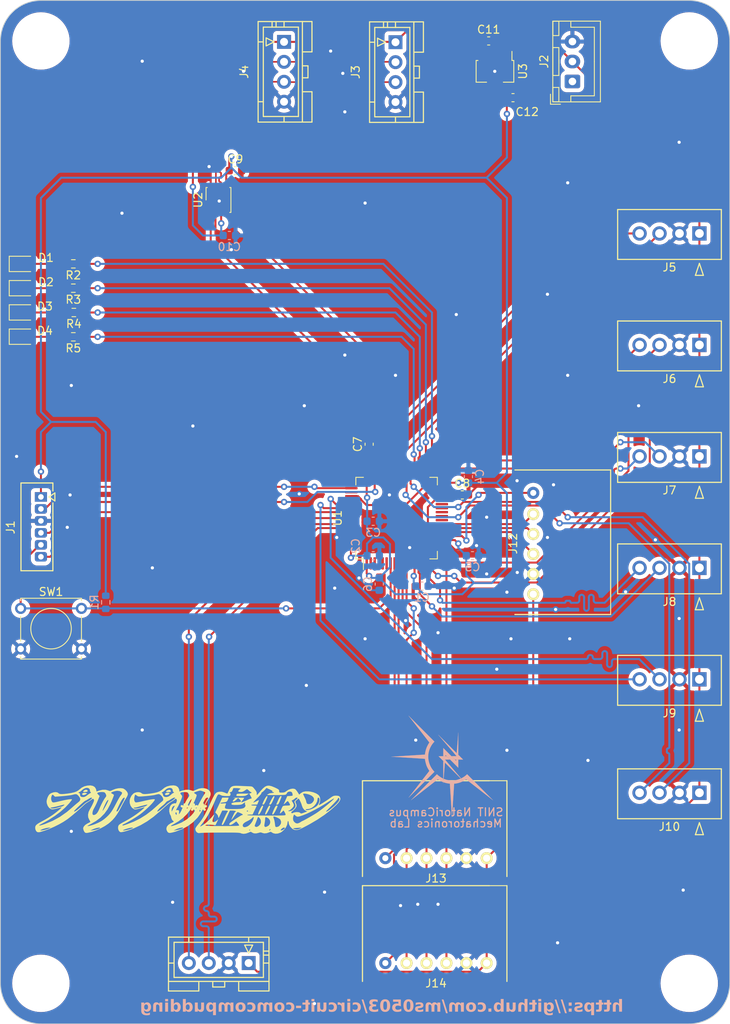
<source format=kicad_pcb>
(kicad_pcb (version 20221018) (generator pcbnew)
  (layers (0 "F.Cu" signal) (31 "B.Cu" signal) (34 "B.Paste" user) (35 "F.Paste" user) (36 "B.SilkS" user "B.Silkscreen") (37 "F.SilkS" user "F.Silkscreen") (38 "B.Mask" user) (39 "F.Mask" user) (44 "Edge.Cuts" user))
  (net 0 "")
  (net 1 "+3.3V")
  (net 2 "GND")
  (net 3 "Net-(U1-VCAP_2)")
  (net 4 "Net-(U1-VCAP_1)")
  (net 5 "+5V")
  (net 6 "Net-(D1-A)")
  (net 7 "Net-(D2-A)")
  (net 8 "Net-(D3-A)")
  (net 9 "Net-(D4-A)")
  (net 10 "ST-LINK_SWCLK")
  (net 11 "ST-LINK_SWDIO")
  (net 12 "ST-LINK_NRST")
  (net 13 "ST-LINK_SWO")
  (net 15 "CAN1_N")
  (net 16 "CAN1_P")
  (net 17 "USART1_TX")
  (net 18 "USART1_RX")
  (net 19 "USART2_TX")
  (net 20 "USART2_RX")
  (net 21 "USART3_TX")
  (net 22 "USART3_RX")
  (net 23 "UART4_TX")
  (net 24 "UART4_RX")
  (net 25 "UART5_TX")
  (net 26 "UART5_RX")
  (net 27 "USART6_TX")
  (net 28 "USART6_RX")
  (net 29 "I2C1_SCL")
  (net 30 "I2C1_SDA")
  (net 31 "SPI1_SCK")
  (net 32 "SPI1_MISO")
  (net 33 "SPI1_MOSI")
  (net 34 "SPI1_SS_INPUT")
  (net 35 "SPI2_SCK")
  (net 36 "SPI2_MISO")
  (net 37 "SPI2_MOSI")
  (net 38 "SPI2_SS_1")
  (net 39 "SPI2_SS_2")
  (net 40 "Net-(U1-PB12)")
  (net 41 "Net-(U1-PB13)")
  (net 42 "Net-(U1-PB14)")
  (net 43 "Net-(U1-PB15)")
  (net 57 "CAN1_RX")
  (net 58 "CAN1_TX")
  (footprint "mecha_connectors:XA_4pin_Straight" (layer "F.Cu") (at 129.607 149.225 180)
    (fp_text reference "J11" hide)
    (fp_text value "I2C1")
  )
  (footprint "Capacitor_SMD:C_0603_1608Metric" (layer "F.Cu") (at 160.147 90.551)
    (fp_text reference "C8")
    (fp_text value "2.2u")
  )
  (footprint "Package_QFP:LQFP-64_10x10mm_P0.5mm" (layer "F.Cu") (at 151.905 93.46 90)
    (fp_text reference "U1")
    (fp_text value "STM32F405RGT6")
  )
  (footprint "mecha_connectors:DF1B-4P-2.5DSA" (layer "F.Cu") (at 186.115 57.785)
    (fp_text reference "J5")
    (fp_text value "USART1")
  )
  (footprint "mecha_connectors:XA_4pin_Straight" (layer "F.Cu") (at 137.795 37.525 -90)
    (fp_text reference "J4")
    (fp_text value "CAN1_2")
  )
  (footprint "Resistor_SMD:R_0603_1608Metric" (layer "F.Cu") (at 111.442 67.691 180)
    (fp_text reference "R4")
    (fp_text value "100")
  )
  (footprint "mecha_connectors:XA_4pin_Straight" (layer "F.Cu") (at 151.765 37.565 -90)
    (fp_text reference "J3")
    (fp_text value "CAN1_1")
  )
  (footprint "mecha:holeφ3.2" (layer "F.Cu") (at 107.315 33.655 90)
    (fp_text reference " ")
    (fp_text value "holeφ3.2")
  )
  (footprint "Resistor_SMD:R_0603_1608Metric" (layer "F.Cu") (at 111.379 70.739 180)
    (fp_text reference "R5")
    (fp_text value "100")
  )
  (footprint "Resistor_SMD:R_0603_1608Metric" (layer "F.Cu") (at 111.379 64.643 180)
    (fp_text reference "R3")
    (fp_text value "100")
  )
  (footprint "mecha_connectors:XH_Connector_6pin" (layer "F.Cu") (at 156.845 149.225)
    (fp_text reference "J14")
    (fp_text value "SPI2_2")
  )
  (footprint "Package_DFN_QFN:DFN-8-1EP_3x3mm_P0.65mm_EP1.55x2.4mm" (layer "F.Cu") (at 129.575 53.5875 90)
    (fp_text reference "U2")
    (fp_text value "MCP2542WFD")
  )
  (footprint "mecha_connectors:DF1B-4P-2.5DSA" (layer "F.Cu") (at 186.115 99.695)
    (fp_text reference "J8")
    (fp_text value "UART4")
  )
  (footprint "Connector_JST:JST_XH_B3B-XH-A_1x03_P2.50mm_Vertical" (layer "F.Cu") (at 173.945 38.735 90)
    (fp_text reference "J2")
    (fp_text value "PWR")
  )
  (footprint "mecha_connectors:DF1B-4P-2.5DSA" (layer "F.Cu") (at 186.115 71.755)
    (fp_text reference "J6")
    (fp_text value "USART2")
  )
  (footprint "LED_SMD:LED_0805_2012Metric" (layer "F.Cu") (at 105.029 61.603)
    (fp_text reference "D1")
    (fp_text value "LED1")
  )
  (footprint "kaibunsho:kaibunsho" (layer "F.Cu") (at 125.73 130.175)
    (fp_text reference "G***")
    (fp_text value "LOGO" hide)
  )
  (footprint "Capacitor_SMD:C_0603_1608Metric" (layer "F.Cu") (at 163.449 33.655)
    (fp_text reference "C11")
    (fp_text value "0.33u")
  )
  (footprint "mecha_connectors:DF1B-4P-2.5DSA" (layer "F.Cu") (at 186.115 113.665)
    (fp_text reference "J9")
    (fp_text value "UART5")
  )
  (footprint "mecha_connectors:DF1B-4P-2.5DSA" (layer "F.Cu") (at 186.115 127.885)
    (fp_text reference "J10")
    (fp_text value "USART6")
  )
  (footprint "LED_SMD:LED_0805_2012Metric" (layer "F.Cu") (at 105.029 64.643)
    (fp_text reference "D2")
    (fp_text value "LED2")
  )
  (footprint "mecha_connectors:ZH_6pin_Straight" (layer "F.Cu") (at 107.315 94.555 -90)
    (fp_text reference "J1")
    (fp_text value "ST-LINK")
  )
  (footprint "Capacitor_SMD:C_0603_1608Metric" (layer "F.Cu") (at 166.497 40.767)
    (fp_text reference "C12")
    (fp_text value "0.1u")
  )
  (footprint "Package_TO_SOT_SMD:SOT-89-3" (layer "F.Cu") (at 164.235 37.465 -90)
    (fp_text reference "U3")
    (fp_text value "L78L33")
  )
  (footprint "Resistor_SMD:R_0603_1608Metric" (layer "F.Cu") (at 111.379 61.595 180)
    (fp_text reference "R2")
    (fp_text value "100")
  )
  (footprint "LED_SMD:LED_0805_2012Metric" (layer "F.Cu") (at 105.029 67.683)
    (fp_text reference "D3")
    (fp_text value "LED3")
  )
  (footprint "Capacitor_SMD:C_0603_1608Metric" (layer "F.Cu") (at 131.699 49.911)
    (fp_text reference "C9")
    (fp_text value "0.1u")
  )
  (footprint "mecha_connectors:XH_Connector_6pin" (layer "F.Cu") (at 156.845 136.075)
    (fp_text reference "J13")
    (fp_text value "SPI2_1")
  )
  (footprint "mecha:holeφ3.2" (layer "F.Cu") (at 107.315 151.765 90)
    (fp_text reference " ")
    (fp_text value "holeφ3.2")
  )
  (footprint "Button_Switch_THT:SW_Tactile_Straight_KSA0Axx1LFTR" (layer "F.Cu") (at 104.775 104.775)
    (fp_text reference "SW1")
    (fp_text value "Switch_DPST00")
  )
  (footprint "mecha:holeφ3.2" (layer "F.Cu") (at 188.595 33.655 90)
    (fp_text reference " ")
    (fp_text value "holeφ3.2")
  )
  (footprint "mecha_connectors:XH_Connector_6pin" (layer "F.Cu") (at 169.037 96.647 -90)
    (fp_text reference "J12")
    (fp_text value "SPI1")
  )
  (footprint "LED_SMD:LED_0805_2012Metric" (layer "F.Cu") (at 105.029 70.723)
    (fp_text reference "D4")
    (fp_text value "LED4")
  )
  (footprint "mecha:holeφ3.2" (layer "F.Cu") (at 188.595 151.765 90)
    (fp_text reference " ")
    (fp_text value "holeφ3.2")
  )
  (footprint "Capacitor_SMD:C_0603_1608Metric" (layer "F.Cu") (at 148.463 84.201 90)
    (fp_text reference "C7")
    (fp_text value "2.2u")
  )
  (footprint "mecha_connectors:DF1B-4P-2.5DSA" (layer "F.Cu") (at 186.115 85.725)
    (fp_text reference "J7")
    (fp_text value "USART3")
  )
  (footprint "Capacitor_SMD:C_0603_1608Metric" (layer "B.Cu") (at 148.971 98.171)
    (fp_text reference "C2")
    (fp_text value "0.1u")
  )
  (footprint "Resistor_SMD:R_0603_1608Metric" (layer "B.Cu") (at 115.443 104.013 -90)
    (fp_text reference "R1")
    (fp_text value "1k")
  )
  (footprint "Capacitor_SMD:C_0603_1608Metric" (layer "B.Cu") (at 155.08 101.981)
    (fp_text reference "C1")
    (fp_text value "0.1u")
  )
  (footprint "Capacitor_SMD:C_0603_1608Metric" (layer "B.Cu") (at 160.909 88.265 90)
    (fp_text reference "C4")
    (fp_text value "0.1u")
  )
  (footprint "Capacitor_SMD:C_0603_1608Metric" (layer "B.Cu") (at 149.733 101.727 -90)
    (fp_text reference "C6")
    (fp_text value "0.1u")
  )
  (footprint "mecha:LOGO" (layer "B.Cu") (at 157.988 124.714 180)
    (fp_text reference "G***" hide)
    (fp_text value "LOGO" hide)
  )
  (footprint "Capacitor_SMD:C_0603_1608Metric" (layer "B.Cu") (at 130.937 58.039)
    (fp_text reference "C10")
    (fp_text value "0.1u")
  )
  (footprint "Capacitor_SMD:C_0603_1608Metric" (layer "B.Cu") (at 148.971 93.853)
    (fp_text reference "C3")
    (fp_text value "0.1u")
  )
  (footprint "Capacitor_SMD:C_0603_1608Metric" (layer "B.Cu") (at 161.417 98.171)
    (fp_text reference "C5")
    (fp_text value "0.1u")
  )
  (gr_arc (start 107.315 156.845) (mid 103.722898 155.357102) (end 102.235 151.765) (stroke (width 0.1)) (layer "Edge.Cuts"))
  (gr_arc (start 188.595 28.575) (mid 192.187102 30.062898) (end 193.675 33.655) (stroke (width 0.1)) (layer "Edge.Cuts"))
  (gr_line (start 193.675 33.655) (end 193.675 151.765) (stroke (width 0.1)) (layer "Edge.Cuts"))
  (gr_line (start 188.595 156.845) (end 107.315 156.845) (stroke (width 0.1)) (layer "Edge.Cuts"))
  (gr_arc (start 193.675 151.765) (mid 192.187102 155.357102) (end 188.595 156.845) (stroke (width 0.1)) (layer "Edge.Cuts"))
  (gr_line (start 102.235 151.765) (end 102.235 33.655) (stroke (width 0.1)) (layer "Edge.Cuts"))
  (gr_line (start 107.315 28.575) (end 188.595 28.575) (stroke (width 0.1)) (layer "Edge.Cuts"))
  (gr_arc (start 102.235 33.655) (mid 103.722898 30.062898) (end 107.315 28.575) (stroke (width 0.1)) (layer "Edge.Cuts"))
  (gr_text "https://github.com/ms0503/circuit-comcompudding" (at 180.34 155.575) (layer "B.SilkS") (effects (font (size 1.5 1.5) (thickness 0.3) bold) (justify left bottom mirror)))
  (segment (start 130.55 50.285) (end 130.924 49.911) (width 0.25) (layer "F.Cu") (net 1))
  (segment (start 148.209 90.8945) (end 148.155 90.8405) (width 0.25) (layer "F.Cu") (net 1))
  (segment (start 159.639 89.027) (end 158.263 89.027) (width 0.25) (layer "F.Cu") (net 1))
  (segment (start 154.155 99.135) (end 154.155 100.607) (width 0.25) (layer "F.Cu") (net 1))
  (segment (start 148.463 100.711) (end 148.155 100.403) (width 0.25) (layer "F.Cu") (net 1))
  (segment (start 159.639 96.647) (end 159.202 96.21) (width 0.25) (layer "F.Cu") (net 1))
  (segment (start 165.735 40.754) (end 165.722 40.767) (width 0.25) (layer "F.Cu") (net 1))
  (segment (start 130.924 48.4) (end 131.191 48.133) (width 0.25) (layer "F.Cu") (net 1))
  (segment (start 159.202 96.21) (end 157.58 96.21) (width 0.25) (layer "F.Cu") (net 1))
  (segment (start 165.722 42.786) (end 165.735 42.799) (width 0.25) (layer "F.Cu") (net 1))
  (segment (start 146.177 97.263) (end 146.23 97.21) (width 0.25) (layer "F.Cu") (net 1))
  (segment (start 165.735 35.515) (end 165.735 40.754) (width 0.25) (layer "F.Cu") (net 1))
  (segment (start 148.155 90.8405) (end 148.155 87.785) (width 0.25) (layer "F.Cu") (net 1))
  (segment (start 154.155 100.607) (end 154.051 100.711) (width 0.25) (layer "F.Cu") (net 1))
  (segment (start 165.722 40.767) (end 165.722 42.786) (width 0.25) (layer "F.Cu") (net 1))
  (segment (start 148.155 100.403) (end 148.155 99.135) (width 0.25) (layer "F.Cu") (net 1))
  (segment (start 146.177 98.425) (end 146.177 97.263) (width 0.25) (layer "F.Cu") (net 1))
  (segment (start 158.263 89.027) (end 157.58 89.71) (width 0.25) (layer "F.Cu") (net 1))
  (segment (start 130.55 52.0375) (end 130.55 50.285) (width 0.25) (layer "F.Cu") (net 1))
  (segment (start 107.315 90.805) (end 107.315 87.63) (width 0.25) (layer "F.Cu") (net 1))
  (segment (start 130.924 49.911) (end 130.924 48.4) (width 0.25) (layer "F.Cu") (net 1))
  (via (at 154.051 100.711) (size 0.8) (drill 0.4) (layers "F.Cu" "B.Cu") (net 1))
  (via (at 107.315 87.63) (size 0.8) (drill 0.4) (layers "F.Cu" "B.Cu") (net 1))
  (via (at 131.191 48.133) (size 0.8) (drill 0.4) (layers "F.Cu" "B.Cu") (net 1))
  (via (at 159.639 89.027) (size 0.8) (drill 0.4) (layers "F.Cu" "B.Cu") (net 1))
  (via (at 159.639 96.647) (size 0.8) (drill 0.4) (layers "F.Cu" "B.Cu") (net 1))
  (via (at 148.463 100.711) (size 0.8) (drill 0.4) (layers "F.Cu" "B.Cu") (net 1))
  (via (at 146.177 98.425) (size 0.8) (drill 0.4) (layers "F.Cu" "B.Cu") (net 1))
  (via (at 148.209 90.8945) (size 0.8) (drill 0.4) (layers "F.Cu" "B.Cu") (net 1))
  (via (at 165.735 42.799) (size 0.8) (drill 0.4) (layers "F.Cu" "B.Cu") (net 1))
  (segment (start 148.196 96.647) (end 148.209 96.647) (width 0.25) (layer "B.Cu") (net 1))
  (segment (start 148.209 92.583) (end 148.209 90.8945) (width 0.25) (layer "B.Cu") (net 1))
  (segment (start 165.735 90.323) (end 165.735 99.695) (width 0.25) (layer "B.Cu") (net 1))
  (segment (start 159.639 97.168) (end 159.639 96.647) (width 0.25) (layer "B.Cu") (net 1))
  (segment (start 160.147 102.997) (end 159.385 102.997) (width 0.25) (layer "B.Cu") (net 1))
  (segment (start 154.813 102.489) (end 154.94 102.616) (width 0.25) (layer "B.Cu") (net 1))
  (segment (start 155.321 102.997) (end 159.385 102.997) (width 0.25) (layer "B.Cu") (net 1))
  (segment (start 154.051 100.711) (end 154.051 101.727) (width 0.25) (layer "B.Cu") (net 1))
  (segment (start 154.94 102.616) (end 155.321 102.997) (width 0.25) (layer "B.Cu") (net 1))
  (segment (start 154.051 101.727) (end 154.305 101.981) (width 0.25) (layer "B.Cu") (net 1))
  (segment (start 148.196 96.647) (end 148.196 98.171) (width 0.25) (layer "B.Cu") (net 1))
  (segment (start 163.83 101.6) (end 161.645 101.6) (width 0.25) (layer "B.Cu") (net 1))
  (segment (start 160.909 89.04) (end 159.639 89.027) (width 0.25) (layer "B.Cu") (net 1))
  (segment (start 114.173 81.407) (end 108.585 81.407) (width 0.25) (layer "B.Cu") (net 1))
  (segment (start 165.735 42.799) (end 165.735 48.26) (width 0.25) (layer "B.Cu") (net 1))
  (segment (start 161.5945 101.5495) (end 160.642 100.597) (width 0.25) (layer "B.Cu") (net 1))
  (segment (start 107.315 53.34) (end 109.855 50.8) (width 0.25) (layer "B.Cu") (net 1))
  (segment (start 151.073 99.612) (end 151.073 96.717) (width 0.25) (layer "B.Cu") (net 1))
  (segment (start 146.431 98.171) (end 146.177 98.425) (width 0.25) (layer "B.Cu") (net 1))
  (segment (start 164.452 89.04) (end 165.735 87.757) (width 0.25) (layer "B.Cu") (net 1))
  (segment (start 148.704 100.952) (end 148.463 100.711) (width 0.25) (layer "B.Cu") (net 1))
  (segment (start 131.191 49.53) (end 132.461 50.8) (width 0.25) (layer "B.Cu") (net 1))
  (segment (start 161.645 101.6) (end 161.5945 101.5495) (width 0.25) (layer "B.Cu") (net 1))
  (segment (start 161.5945 101.5495) (end 160.147 102.997) (width 0.25) (layer "B.Cu") (net 1))
  (segment (start 160.909 89.04) (end 164.452 89.04) (width 0.25) (layer "B.Cu") (net 1))
  (segment (start 148.958 95.885) (end 148.196 95.123) (width 0.25) (layer "B.Cu") (net 1))
  (segment (start 150.241 95.885) (end 148.958 95.885) (width 0.25) (layer "B.Cu") (net 1))
  (segment (start 163.195 50.8) (end 165.735 48.26) (width 0.25) (layer "B.Cu") (net 1))
  (segment (start 148.209 92.583) (end 148.209 93.84) (width 0.25) (layer "B.Cu") (net 1))
  (segment (start 149.733 100.952) (end 149.733 100.965) (width 0.25) (layer "B.Cu") (net 1))
  (segment (start 132.461 50.8) (end 163.195 50.8) (width 0.25) (layer "B.Cu") (net 1))
  (segment (start 131.191 49.53) (end 129.921 50.8) (width 0.25) (layer "B.Cu") (net 1))
  (segment (start 148.196 92.596) (end 148.209 92.583) (width 0.25) (layer "B.Cu") (net 1))
  (segment (start 165.735 99.695) (end 163.83 101.6) (width 0.25) (layer "B.Cu") (net 1))
  (segment (start 151.073 102.305) (end 151.765 102.997) (width 0.25) (layer "B.Cu") (net 1))
  (segment (start 165.735 87.757) (end 165.735 53.34) (width 0.25) (layer "B.Cu") (net 1))
  (segment (start 165.735 53.34) (end 163.195 50.8) (width 0.25) (layer "B.Cu") (net 1))
  (segment (start 149.733 100.952) (end 148.704 100.952) (width 0.25) (layer "B.Cu") (net 1))
  (segment (start 115.443 103.188) (end 115.443 82.677) (width 0.25) (layer "B.Cu") (net 1))
  (segment (start 108.585 81.407) (end 107.315 80.137) (width 0.25) (layer "B.Cu") (net 1))
  (segment (start 148.196 98.171) (end 146.431 98.171) (width 0.25) (layer "B.Cu") (net 1))
  (segment (start 131.191 48.133) (end 131.191 49.53) (width 0.25) (layer "B.Cu") (net 1))
  (segment (start 149.733 100.965) (end 151.073 102.305) (width 0.25) (layer "B.Cu") (net 1))
  (segment (start 154.305 101.981) (end 154.813 102.489) (width 0.25) (layer "B.Cu") (net 1))
  (segment (start 151.765 102.997) (end 154.559 102.997) (width 0.25) (layer "B.Cu") (net 1))
  (segment (start 148.209 93.84) (end 148.196 93.853) (width 0.25) (layer "B.Cu") (net 1))
  (segment (start 107.315 87.63) (end 107.315 82.677) (width 0.25) (layer "B.Cu") (net 1))
  (segment (start 148.958 95.885) (end 148.196 96.647) (width 0.25) (layer "B.Cu") (net 1))
  (segment (start 164.452 89.04) (end 165.735 90.323) (width 0.25) (layer "B.Cu") (net 1))
  (segment (start 151.073 96.717) (end 150.241 95.885) (width 0.25) (layer "B.Cu") (net 1))
  (segment (start 149.733 100.952) (end 151.073 99.612) (width 0.25) (layer "B.Cu") (net 1))
  (segment (start 115.443 82.677) (end 114.173 81.407) (width 0.25) (layer "B.Cu") (net 1))
  (segment (start 108.585 81.407) (end 107.315 82.677) (width 0.25) (layer "B.Cu") (net 1))
  (segment (start 107.315 80.137) (end 107.315 53.34) (width 0.25) (layer "B.Cu") (net 1))
  (segment (start 148.196 93.853) (end 148.196 95.123) (width 0.25) (layer "B.Cu") (net 1))
  (segment (start 160.642 98.171) (end 160.642 100.597) (width 0.25) (layer "B.Cu") (net 1))
  (segment (start 160.642 98.171) (end 159.639 97.168) (width 0.25) (layer "B.Cu") (net 1))
  (segment (start 159.639 89.027) (end 159.652 89.04) (width 0.25) (layer "B.Cu") (net 1))
  (segment (start 109.855 50.8) (end 129.921 50.8) (width 0.25) (layer "B.Cu") (net 1))
  (segment (start 154.559 102.997) (end 154.94 102.616) (width 0.25) (layer "B.Cu") (net 1))
  (segment (start 129.196 55.1915) (end 129.196 57.822) (width 0.25) (layer "F.Cu") (net 2))
  (segment (start 145.224 96.71) (end 146.23 96.71) (width 0.25) (layer "F.Cu") (net 2))
  (segment (start 161.417 97.409) (end 161.925 96.901) (width 0.25) (layer "F.Cu") (net 2))
  (segment (start 129.25 55.1375) (end 129.196 55.1915) (width 0.25) (layer "F.Cu") (net 2))
  (segment (start 159.219685 97.409) (end 161.417 97.409) (width 0.25) (layer "F.Cu") (net 2))
  (segment (start 160.922 90.551) (end 162.7 88.773) (width 0.25) (layer "F.Cu") (net 2))
  (segment (start 162.7 88.773) (end 167.005 88.773) (width 0.25) (layer "F.Cu") (net 2))
  (segment (start 153.655 99.135) (end 153.655 97.267) (width 0.25) (layer "F.Cu") (net 2))
  (segment (start 158.520685 96.71) (end 159.219685 97.409) (width 0.25) (layer "F.Cu") (net 2))
  (segment (start 144.399 95.885) (end 145.224 96.71) (width 0.25) (layer "F.Cu") (net 2))
  (segment (start 151.725 41.275) (end 151.765 41.315) (width 0.25) (layer "F.Cu") (net 2))
  (segment (start 145.074 95.21) (end 144.399 95.885) (width 0.25) (layer "F.Cu") (net 2))
  (segment (start 146.23 95.21) (end 145.074 95.21) (width 0.25) (layer "F.Cu") (net 2))
  (segment (start 157.58 96.71) (end 158.520685 96.71) (width 0.25) (layer "F.Cu") (net 2))
  (segment (start 129.196 57.822) (end 131.191 59.817) (width 0.25) (layer "F.Cu") (net 2))
  (segment (start 128.6 52.0375) (end 128.6 49.606) (width 0.25) (layer "F.Cu") (net 2))
  (segment (start 153.655 97.267) (end 153.543 97.155) (width 0.25) (layer "F.Cu") (net 2))
  (segment (start 128.6 49.606) (end 128.397 49.403) (width 0.25) (layer "F.Cu") (net 2))
  (via (at 153.543 97.155) (size 0.8) (drill 0.4) (layers "F.Cu" "B.Cu") (net 2))
  (via (at 167.005 88.773) (size 0.8) (drill 0.4) (layers "F.Cu" "B.Cu") (net 2))
  (via (at 131.191 59.817) (size 0.8) (drill 0.4) (layers "F.Cu" "B.Cu") (net 2))
  (via (at 111.125 76.835) (size 0.8) (drill 0.4) (layers "F.Cu" "B.Cu") (net 2))
  (via (at 120.015 36.195) (size 0.8) (drill 0.4) (layers "F.Cu" "B.Cu") (net 2))
  (via (at 110.967994 90.559027) (size 0.8) (drill 0.4) (layers "F.Cu" "B.Cu") (net 2))
  (via (at 140.589 114.427) (size 0.8) (drill 0.4) (layers "F.Cu" "B.Cu") (net 2))
  (via (at 165.735 122.555) (size 0.8) (drill 0.4) (layers "F.Cu" "B.Cu") (net 2))
  (via (at 170.815 65.405) (size 0.8) (drill 0.4) (layers "F.Cu" "B.Cu") (net 2))
  (via (at 126.365 81.915) (size 0.8) (drill 0.4) (layers "F.Cu" "B.Cu") (net 2))
  (via (at 145.161 37.719) (size 0.8) (drill 0.4) (layers "F.Cu" "B.Cu") (net 2))
  (via (at 157.099 107.823) (size 0.8) (drill 0.4) (layers "F.Cu" "B.Cu") (net 2))
  (via (at 110.617 94.615) (size 0.8) (drill 0.4) (layers "F.Cu" "B.Cu") (net 2))
  (via (at 153.035 106.299) (size 0.8) (drill 0.4) (layers "F.Cu" "B.Cu") (net 2))
  (via (at 129.667 53.721) (size 0.8) (drill 0.4) (layers "F.Cu" "B.Cu") (net 2))
  (via (at 147.955 108.585) (size 0.8) (drill 0.4) (layers "F.Cu" "B.Cu") (net 2))
  (via (at 144.399 95.885) (size 0.8) (drill 0.4) (layers "F.Cu" "B.Cu") (net 2))
  (via (at 111.125 132.715) (size 0.8) (drill 0.4) (layers "F.Cu" "B.Cu") (net 2))
  (via (at 167.031167 100.270687) (size 0.8) (drill 0.4) (layers "F.Cu" "B.Cu") (net 2))
  (via (at 152.398982 142.022955) (size 0.8) (drill 0.4) (layers "F.Cu" "B.Cu") (net 2))
  (via (at 145.415 73.025) (size 0.8) (drill 0.4) (layers "F.Cu" "B.Cu") (net 2))
  (via (at 147.955 53.975) (size 0.8) (drill 0.4) (layers "F.Cu" "B.Cu") (net 2))
  (via (at 164.211 37.465) (size 0.8) (drill 0.4) (layers "F.Cu" "B.Cu") (net 2))
  (via (at 147.193 100.965) (size 0.8) (drill 0.4) (layers "F.Cu" "B.Cu") (net 2))
  (via (at 121.285 99.695) (size 0.8) (drill 0.4) (layers "F.Cu" "B.Cu") (net 2))
  (via (at 164.465 112.395) (size 0.8) (drill 0.4) (layers "F.Cu" "B.Cu") (net 2))
  (via (at 184.343984 96.182535) (size 0.8) (drill 0.4) (layers "F.Cu" "B.Cu") (net 2))
  (via (at 117.475 55.245) (size 0.8) (drill 0.4) (layers "F.Cu" "B.Cu") (net 2))
  (via (at 187.325 46.355) (size 0.8) (drill 0.4) (layers "F.Cu" "B.Cu") (net 2))
  (via (at 161.925 96.901) (size 0.8) (drill 0.4) (layers "F.Cu" "B.Cu") (net 2))
  (via (at 173.609 108.585) (size 0.8) (drill 0.4) (layers "F.Cu" "B.Cu") (net 2))
  (via (at 172.085 146.685) (size 0.8) (drill 0.4) (layers "F.Cu" "B.Cu") (net 2))
  (via (at 120.015 120.015) (size 0.8) (drill 0.4) (layers "F.Cu" "B.Cu") (net 2))
  (via (at 123.825 141.605) (size 0.8) (drill 0.4) (layers "F.Cu" "B.Cu") (net 2))
  (via (at 151.003 90.551) (size 0.8) (drill 0.4) (layers "F.Cu" "B.Cu") (net 2))
  (via (at 187.325 120.015) (size 0.8) (drill 0.4) (layers "F.Cu" "B.Cu") (net 2))
  (via (at 142.875 140.335) (size 0.8) (drill 0.4) (layers "F.Cu" "B.Cu") (net 2))
  (via (at 173.355 75.565) (size 0.8) (drill 0.4) (layers "F.Cu" "B.Cu") (net 2))
  (via (at 166.243 108.585) (size 0.8) (drill 0.4) (layers "F.Cu" "B.Cu") (net 2))
  (via (at 151.765 75.565) (size 0.8) (drill 0.4) (layers "F.Cu" "B.Cu") (net 2))
  (via (at 175.895 123.825) (size 0.8) (drill 0.4) (layers "F.Cu" "B.Cu") (net 2))
  (via (at 163.195 93.345) (size 0.8) (drill 0.4) (layers "F.Cu" "B.Cu") (net 2))
  (via (at 132.715 37.465) (size 0.8) (drill 0.4) (layers "F.Cu" "B.Cu") (net 2))
  (via (at 139.7 90.424) (size 0.8) (drill 0.4) (layers "F.Cu" "B.Cu") (net 2))
  (via (at 171.577 89.281) (size 0.8) (drill 0.4) (layers "F.Cu" "B.Cu") (net 2))
  (via (at 159.131 102.235) (size 0.8) (drill 0.4) (layers "F.Cu" "B.Cu") (net 2))
  (via (at 165.735 102.743) (size 0.8) (drill 0.4) (layers "F.Cu" "B.Cu") (net 2))
  (via (at 145.415 42.545) (size 0.8) (drill 0.4) (layers "F.Cu" "B.Cu") (net 2))
  (via (at 163.195 100.457) (size 0.8) (drill 0.4) (layers "F.Cu" "B.Cu") (net 2))
  (via (at 173.355 51.435) (size 0.8) (drill 0.4) (layers "F.Cu" "B.Cu") (net 2))
  (via (at 180.611561 102.701006) (size 0.8) (drill 0.4) (layers "F.Cu" "B.Cu") (net 2))
  (via (at 157.099 141.859) (size 0.8) (drill 0.4) (layers "F.Cu" "B.Cu") (net 2))
  (via (at 144.145 102.235) (size 0.8) (drill 0.4) (layers "F.Cu" "B.Cu") (net 2))
  (via (at 159.385 67.945) (size 0.8) (drill 0.4) (layers "F.Cu" "B.Cu") (net 2))
  (via (at 170.815 95.885) (size 0.8) (drill 0.4) (layers "F.Cu" "B.Cu") (net 2))
  (via (at 154.305 121.285) (size 0.8) (drill 0.4) (layers "F.Cu" "B.Cu") (net 2))
  (via (at 187.833 140.081) (size 0.8) (drill 0.4) (layers "F.Cu" "B.Cu") (net 2))
  (via (at 135.255 125.095) (size 0.8) (drill 0.4) (layers "F.Cu" "B.Cu") (net 2))
  (via (at 140.335 79.375) (size 0.8) (drill 0.4) (layers "F.Cu" "B.Cu") (net 2))
  (via (at 187.325 106.045) (size 0.8) (drill 0.4) (layers "F.Cu" "B.Cu") (net 2))
  (via (at 171.840772 104.908628) (size 0.8) (drill 0.4) (layers "F.Cu" "B.Cu") (net 2))
  (via (at 154.559 141.859) (size 0.8) (drill 0.4) (layers "F.Cu" "B.Cu") (net 2))
  (via (at 143.637 34.925) (size 0.8) (drill 0.4) (layers "F.Cu" "B.Cu") (net 2))
  (via (at 128.397 49.403) (size 0.8) (drill 0.4) (layers "F.Cu" "B.Cu") (net 2))
  (via (at 141.605 154.305) (size 0.8) (drill 0.4) (layers "F.Cu" "B.Cu") (net 2))
  (via (at 182.245 79.375) (size 0.8) (drill 0.4) (layers "F.Cu" "B.Cu") (net 2))
  (via (at 104.267 85.725) (size 0.8) (drill 0.4) (layers "F.Cu" "B.Cu") (net 2))
  (segment (start 149.733 102.502) (end 148.73 102.502) (width 0.25) (layer "B.Cu") (net 2))
  (segment (start 148.73 102.502) (end 147.193 100.965) (width 0.25) (layer "B.Cu") (net 2))
  (segment (start 148.655 85.168) (end 148.655 87.785) (width 0.25) (layer "F.Cu") (net 3))
  (segment (start 148.463 84.976) (end 148.655 85.168) (width 0.25) (layer "F.Cu") (net 3))
  (segment (start 157.58 90.21) (end 159.031 90.21) (width 0.25) (layer "F.Cu") (net 4))
  (segment (start 159.031 90.21) (end 159.372 90.551) (width 0.25) (layer "F.Cu") (net 4))
  (segment (start 163.195 136.075) (end 166.555 132.715) (width 0.25) (layer "F.Cu") (net 5))
  (segment (start 166.555 132.715) (end 172.974 132.715) (width 0.25) (layer "F.Cu") (net 5))
  (segment (start 126.365 37.465) (end 130.055 33.775) (width 0.25) (layer "F.Cu") (net 5))
  (segment (start 189.865 85.725) (end 189.865 71.755) (width 0.25) (layer "F.Cu") (net 5))
  (segment (start 130.055 33.775) (end 137.795 33.775) (width 0.25) (layer "F.Cu") (net 5))
  (segment (start 162.108 150.312) (end 134.444 150.312) (width 0.25) (layer "F.Cu") (net 5))
  (segment (start 189.865 71.755) (end 189.865 57.785) (width 0.25) (layer "F.Cu") (net 5))
  (segment (start 162.674 33.655) (end 162.674 35.454) (width 0.25) (layer "F.Cu") (net 5))
  (segment (start 151.765 33.815) (end 154.465 31.115) (width 0.25) (layer "F.Cu") (net 5))
  (segment (start 189.865 127.885) (end 189.865 113.665) (width 0.25) (layer "F.Cu") (net 5))
  (segment (start 151.725 33.775) (end 151.765 33.815) (width 0.25) (layer "F.Cu") (net 5))
  (segment (start 162.674 35.454) (end 162.735 35.515) (width 0.25) (layer "F.Cu") (net 5))
  (segment (start 126.365 51.943) (end 126.365 37.465) (width 0.25) (layer "F.Cu") (net 5))
  (segment (start 189.865 99.695) (end 189.865 85.725) (width 0.25) (layer "F.Cu") (net 5))
  (segment (start 163.195 136.075) (end 163.195 149.225) (width 0.25) (layer "F.Cu") (net 5))
  (segment (start 129.921 56.515) (end 129.9 56.494) (width 0.25) (layer "F.Cu") (net 5))
  (segment (start 172.974 132.715) (end 169.037 128.778) (width 0.25) (layer "F.Cu") (net 5))
  (segment (start 162.735 33.594) (end 162.674 33.655) (width 0.25) (layer "F.Cu") (net 5))
  (segment (start 134.444 150.312) (end 133.357 149.225) (width 0.25) (layer "F.Cu") (net 5))
  (segment (start 163.195 149.225) (end 162.108 150.312) (width 0.25) (layer "F.Cu") (net 5))
  (segment (start 162.735 32.845) (end 162.735 33.594) (width 0.25) (layer "F.Cu") (net 5))
  (segment (start 162.735 32.845) (end 164.465 31.115) (width 0.25) (layer "F.Cu") (net 5))
  (segment (start 161.005 31.115) (end 162.735 32.845) (width 0.25) (layer "F.Cu") (net 5))
  (segment (start 168.825 31.115) (end 173.945 36.235) (width 0.25) (layer "F.Cu") (net 5))
  (segment (start 189.865 113.665) (end 189.865 99.695) (width 0.25) (layer "F.Cu") (net 5))
  (segment (start 185.035 132.715) (end 184.785 132.715) (width 0.25) (layer "F.Cu") (net 5))
  (segment (start 189.865 52.155) (end 173.945 36.235) (width 0.25) (layer "F.Cu") (net 5))
  (segment (start 154.465 31.115) (end 161.005 31.115) (width 0.25) (layer "F.Cu") (net 5))
  (segment (start 164.465 31.115) (end 168.825 31.115) (width 0.25) (layer "F.Cu") (net 5))
  (segment (start 169.037 128.778) (end 169.037 102.997) (width 0.25) (layer "F.Cu") (net 5))
  (segment (start 137.835 33.815) (end 137.795 33.775) (width 0.25) (layer "F.Cu") (net 5))
  (segment (start 137.795 33.775) (end 151.725 33.775) (width 0.25) (layer "F.Cu") (net 5))
  (segment (start 129.9 55.1375) (end 129.921 56.515) (width 0.25) (layer "F.Cu") (net 5))
  (segment (start 189.865 127.885) (end 185.035 132.715) (width 0.25) (layer "F.Cu") (net 5))
  (segment (start 172.974 132.715) (end 184.785 132.715) (width 0.25) (layer "F.Cu") (net 5))
  (segment (start 189.865 57.785) (end 189.865 52.155) (width 0.25) (layer "F.Cu") (net 5))
  (via (at 129.921 56.515) (size 0.8) (drill 0.4) (layers "F.Cu" "B.Cu") (net 5))
  (via (at 126.365 51.943) (size 0.8) (drill 0.4) (layers "F.Cu" "B.Cu") (net 5))
  (segment (start 126.365 56.769) (end 126.365 51.943) (width 0.25) (layer "B.Cu") (net 5))
  (segment (start 129.921 56.515) (end 129.921 57.798) (width 0.25) (layer "B.Cu") (net 5))
  (segment (start 127.635 58.039) (end 126.365 56.769) (width 0.25) (layer "B.Cu") (net 5))
  (segment (start 137.835 33.815) (end 137.795 33.775) (width 0.25) (layer "B.Cu") (net 5))
  (segment (start 130.162 58.039) (end 127.635 58.039) (width 0.25) (layer "B.Cu") (net 5))
  (segment (start 129.921 57.798) (end 130.162 58.039) (width 0.25) (layer "B.Cu") (net 5))
  (segment (start 110.554 61.595) (end 105.9745 61.595) (width 0.25) (layer "F.Cu") (net 6))
  (segment (start 105.9745 61.595) (end 105.9665 61.603) (width 0.25) (layer "F.Cu") (net 6))
  (segment (start 110.554 64.643) (end 105.9665 64.643) (width 0.25) (layer "F.Cu") (net 7))
  (segment (start 110.617 67.691) (end 105.9745 67.691) (width 0.25) (layer "F.Cu") (net 8))
  (segment (start 105.9745 67.691) (end 105.9665 67.683) (width 0.25) (layer "F.Cu") (net 8))
  (segment (start 110.554 70.739) (end 105.9825 70.739) (width 0.25) (layer "F.Cu") (net 9))
  (segment (start 105.9825 70.739) (end 105.9665 70.723) (width 0.25) (layer "F.Cu") (net 9))
  (segment (start 146.23 89.71) (end 141.78 89.71) (width 0.25) (layer "F.Cu") (net 10))
  (segment (start 141.78 89.71) (end 141.605 89.535) (width 0.25) (layer "F.Cu") (net 10))
  (segment (start 110.597 89.535) (end 137.795 89.535) (width 0.25) (layer "F.Cu") (net 10))
  (segment (start 107.827 92.305) (end 110.597 89.535) (width 0.25) (layer "F.Cu") (net 10))
  (segment (start 107.315 92.305) (end 107.827 92.305) (width 0.25) (layer "F.Cu") (net 10))
  (via (at 137.795 89.535) (size 0.8) (drill 0.4) (layers "F.Cu" "B.Cu") (net 10))
  (via (at 141.605 89.535) (size 0.8) (drill 0.4) (layers "F.Cu" "B.Cu") (net 10))
  (segment (start 137.795 89.535) (end 141.605 89.535) (width 0.25) (layer "B.Cu") (net 10))
  (segment (start 112.268 91.44) (end 137.795 91.44) (width 0.25) (layer "F.Cu") (net 11))
  (segment (start 108.403 95.305) (end 112.268 91.44) (width 0.25) (layer "F.Cu") (net 11))
  (segment (start 149.155 90.1) (end 149.155 87.785) (width 0.25) (layer "F.Cu") (net 11))
  (segment (start 107.315 95.305) (end 108.403 95.305) (width 0.25) (layer "F.Cu") (net 11))
  (segment (start 149.225 90.17) (end 149.155 90.1) (width 0.25) (layer "F.Cu") (net 11))
  (via (at 149.225 90.17) (size 0.8) (drill 0.4) (layers "F.Cu" "B.Cu") (net 11))
  (via (at 137.795 91.44) (size 0.8) (drill 0.4) (layers "F.Cu" "B.Cu") (net 11))
  (segment (start 140.716 91.44) (end 141.986 90.17) (width 0.25) (layer "B.Cu") (net 11))
  (segment (start 149.225 90.17) (end 141.986 90.17) (width 0.25) (layer "B.Cu") (net 11))
  (segment (start 137.795 91.44) (end 140.716 91.44) (width 0.25) (layer "B.Cu") (net 11))
  (segment (start 151.155 103.353) (end 149.733 104.775) (width 0.25) (layer "F.Cu") (net 12))
  (segment (start 151.155 99.135) (end 151.155 103.353) (width 0.25) (layer "F.Cu") (net 12))
  (segment (start 149.733 104.775) (end 138.049 104.775) (width 0.25) (layer "F.Cu") (net 12))
  (segment (start 107.169117 96.805) (end 104.775 99.199117) (width 0.25) (layer "F.Cu") (net 12))
  (segment (start 104.775 99.199117) (end 104.775 104.775) (width 0.25) (layer "F.Cu") (net 12))
  (segment (start 107.315 96.805) (end 107.169117 96.805) (width 0.25) (layer "F.Cu") (net 12))
  (via (at 138.049 104.775) (size 0.8) (drill 0.4) (layers "F.Cu" "B.Cu") (net 12))
  (segment (start 115.506 104.775) (end 115.443 104.838) (width 0.25) (layer "B.Cu") (net 12))
  (segment (start 115.38 104.775) (end 115.443 104.838) (width 0.25) (layer "B.Cu") (net 12))
  (segment (start 112.395 104.775) (end 115.38 104.775) (width 0.25) (layer "B.Cu") (net 12))
  (segment (start 112.395 104.775) (end 104.775 104.775) (width 0.25) (layer "B.Cu") (net 12))
  (segment (start 138.049 104.775) (end 115.506 104.775) (width 0.25) (layer "B.Cu") (net 12))
  (segment (start 108.465 98.305) (end 107.315 98.305) (width 0.25) (layer "F.Cu") (net 13))
  (segment (start 114.06 92.71) (end 108.465 98.305) (width 0.25) (layer "F.Cu") (net 13))
  (segment (start 146.23 92.71) (end 114.06 92.71) (width 0.25) (layer "F.Cu") (net 13))
  (segment (start 129.9 40.066) (end 131.191 38.775) (width 0.2) (layer "F.Cu") (net 15))
  (segment (start 129.65 45.195) (end 129.65 44.845) (width 0.2) (layer "F.Cu") (net 15))
  (segment (start 151.765 38.815) (end 137.835 38.815) (width 0.2) (layer "F.Cu") (net 15))
  (segment (start 129.65 51.195) (end 129.65 50.845) (width 0.2) (layer "F.Cu") (net 15))
  (segment (start 129.9 48.195) (end 129.9 47.845) (width 0.2) (layer "F.Cu") (net 15))
  (segment (start 129.9 52.0375) (end 129.9 51.445) (width 0.2) (layer "F.Cu") (net 15))
  (segment (start 129.9 50.595) (end 129.9 50.245) (width 0.2) (layer "F.Cu") (net 15))
  (segment (start 129.9 46.995) (end 129.9 46.645) (width 0.2) (layer "F.Cu") (net 15))
  (segment (start 131.191 38.775) (end 137.795 38.775) (width 0.2) (layer "F.Cu") (net 15))
  (segment (start 129.9 43.395) (end 129.9 43.045) (width 0.2) (layer "F.Cu") (net 15))
  (segment (start 129.9 49.395) (end 129.9 49.045) (width 0.2) (layer "F.Cu") (net 15))
  (segment (start 129.65 49.995) (end 129.65 49.645) (width 0.2) (layer "F.Cu") (net 15))
  (segment (start 129.65 48.795) (end 129.65 48.445) (width 0.2) (layer "F.Cu") (net 15))
  (segment (start 129.65 46.395) (end 129.65 46.045) (width 0.2) (layer "F.Cu") (net 15))
  (segment (start 129.9 44.595) (end 129.9 44.245) (width 0.2) (layer "F.Cu") (net 15))
  (segment (start 129.65 43.995) (end 129.65 43.645) (width 0.2) (layer "F.Cu") (net 15))
  (segment (start 129.65 42.795) (end 129.65 42.445) (width 0.2) (layer "F.Cu") (net 15))
  (segment (start 129.65 47.595) (end 129.65 47.245) (width 0.2) (layer "F.Cu") (net 15))
  (segment (start 129.9 42.195) (end 129.9 41.845) (width 0.2) (layer "F.Cu") (net 15))
  (segment (start 129.9 45.795) (end 129.9 45.445) (width 0.2) (layer "F.Cu") (net 15))
  (segment (start 129.65 41.595) (end 129.65 41.245) (width 0.2) (layer "F.Cu") (net 15))
  (segment (start 137.835 38.815) (end 137.795 38.775) (width 0.2) (layer "F.Cu") (net 15))
  (segment (start 129.9 40.995) (end 129.9 40.066) (width 0.2) (layer "F.Cu") (net 15))
  (arc (start 129.65 46.045) (mid 129.686612 45.956612) (end 129.775 45.92) (width 0.2) (layer "F.Cu") (net 15))
  (arc (start 129.775 44.72) (mid 129.863388 44.683388) (end 129.9 44.595) (width 0.2) (layer "F.Cu") (net 15))
  (arc (start 129.65 41.245) (mid 129.686612 41.156612) (end 129.775 41.12) (width 0.2) (layer "F.Cu") (net 15))
  (arc (start 129.65 49.645) (mid 129.686612 49.556612) (end 129.775 49.52) (width 0.2) (layer "F.Cu") (net 15))
  (arc (start 129.9 46.645) (mid 129.863388 46.556612) (end 129.775 46.52) (width 0.2) (layer "F.Cu") (net 15))
  (arc (start 129.9 47.845) (mid 129.863388 47.756612) (end 129.775 47.72) (width 0.2) (layer "F.Cu") (net 15))
  (arc (start 129.775 48.92) (mid 129.686612 48.883388) (end 129.65 48.795) (width 0.2) (layer "F.Cu") (net 15))
  (arc (start 129.9 41.845) (mid 129.863388 41.756612) (end 129.775 41.72) (width 0.2) (layer "F.Cu") (net 15))
  (arc (start 129.65 48.445) (mid 129.686612 48.356612) (end 129.775 48.32) (width 0.2) (layer "F.Cu") (net 15))
  (arc (start 129.9 51.445) (mid 129.863388 51.356612) (end 129.775 51.32) (width 0.2) (layer "F.Cu") (net 15))
  (arc (start 129.775 44.12) (mid 129.686612 44.083388) (end 129.65 43.995) (width 0.2) (layer "F.Cu") (net 15))
  (arc (start 129.775 49.52) (mid 129.863388 49.483388) (end 129.9 49.395) (width 0.2) (layer "F.Cu") (net 15))
  (arc (start 129.775 47.72) (mid 129.686612 47.683388) (end 129.65 47.595) (width 0.2) (layer "F.Cu") (net 15))
  (arc (start 129.65 47.245) (mid 129.686612 47.156612) (end 129.775 47.12) (width 0.2) (layer "F.Cu") (net 15))
  (arc (start 129.9 44.245) (mid 129.863388 44.156612) (end 129.775 44.12) (width 0.2) (layer "F.Cu") (net 15))
  (arc (start 129.775 45.32) (mid 129.686612 45.283388) (end 129.65 45.195) (width 0.2) (layer "F.Cu") (net 15))
  (arc (start 129.775 41.12) (mid 129.863388 41.083388) (end 129.9 40.995) (width 0.2) (layer "F.Cu") (net 15))
  (arc (start 129.65 42.445) (mid 129.686612 42.356612) (end 129.775 42.32) (width 0.2) (layer "F.Cu") (net 15))
  (arc (start 129.9 50.245) (mid 129.863388 50.156612) (end 129.775 50.12) (width 0.2) (layer "F.Cu") (net 15))
  (arc (start 129.775 47.12) (mid 129.863388 47.083388) (end 129.9 46.995) (width 0.2) (layer "F.Cu") (net 15))
  (arc (start 129.775 51.32) (mid 129.686612 51.283388) (end 129.65 51.195) (width 0.2) (layer "F.Cu") (net 15))
  (arc (start 129.65 43.645) (mid 129.686612 43.556612) (end 129.775 43.52) (width 0.2) (layer "F.Cu") (net 15))
  (arc (start 129.775 41.72) (mid 129.686612 41.683388) (end 129.65 41.595) (width 0.2) (layer "F.Cu") (net 15))
  (arc (start 129.775 43.52) (mid 129.863388 43.483388) (end 129.9 43.395) (width 0.2) (layer "F.Cu") (net 15))
  (arc (start 129.775 42.92) (mid 129.686612 42.883388) (end 129.65 42.795) (width 0.2) (layer "F.Cu") (net 15))
  (arc (start 129.9 43.045) (mid 129.863388 42.956612) (end 129.775 42.92) (width 0.2) (layer "F.Cu") (net 15))
  (arc (start 129.775 42.32) (mid 129.863388 42.283388) (end 129.9 42.195) (width 0.2) (layer "F.Cu") (net 15))
  (arc (start 129.9 45.445) (mid 129.863388 45.356612) (end 129.775 45.32) (width 0.2) (layer "F.Cu") (net 15))
  (arc (start 129.775 48.32) (mid 129.863388 48.283388) (end 129.9 48.195) (width 0.2) (layer "F.Cu") (net 15))
  (arc (start 129.65 44.845) (mid 129.686612 44.756612) (end 129.775 44.72) (width 0.2) (layer "F.Cu") (net 15))
  (arc (start 129.775 50.72) (mid 129.863388 50.683388) (end 129.9 50.595) (width 0.2) (layer "F.Cu") (net 15))
  (arc (start 129.65 50.845) (mid 129.686612 50.756612) (end 129.775 50.72) (width 0.2) (layer "F.Cu") (net 15))
  (arc (start 129.775 50.12) (mid 129.686612 50.083388) (end 129.65 49.995) (width 0.2) (layer "F.Cu") (net 15))
  (arc (start 129.775 45.92) (mid 129.863388 45.883388) (end 129.9 45.795) (width 0.2) (layer "F.Cu") (net 15))
  (arc (start 129.9 49.045) (mid 129.863388 48.956612) (end 129.775 48.92) (width 0.2) (layer "F.Cu") (net 15))
  (arc (start 129.775 46.52) (mid 129.686612 46.483388) (end 129.65 46.395) (width 0.2) (layer "F.Cu") (net 15))
  (segment (start 129.25 52.0375) (end 129.25 38.55) (width 0.2) (layer "F.Cu") (net 16))
  (segment (start 129.25 38.55) (end 131.525 36.275) (width 0.2) (layer "F.Cu") (net 16))
  (segment (start 151.725 36.275) (end 151.765 36.315) (width 0.2) (layer "F.Cu") (net 16))
  (segment (start 131.525 36.275) (end 137.795 36.275) (width 0.2) (layer "F.Cu") (net 16))
  (segment (start 137.795 36.275) (end 151.725 36.275) (width 0.2) (layer "F.Cu") (net 16))
  (segment (start 151.155 87.785) (end 151.155 86.944315) (width 0.25) (layer "F.Cu") (net 17))
  (segment (start 177.774315 60.325) (end 181.991 60.325) (width 0.25) (layer "F.Cu") (net 17))
  (segment (start 184.865 57.785) (end 182.325 60.325) (width 0.25) (layer "F.Cu") (net 17))
  (segment (start 151.155 86.944315) (end 177.774315 60.325) (width 0.25) (layer "F.Cu") (net 17))
  (segment (start 182.325 60.325) (end 181.991 60.325) (width 0.25) (layer "F.Cu") (net 17))
  (segment (start 176.149 57.785) (end 182.365 57.785) (width 0.25) (layer "F.Cu") (net 18))
  (segment (start 150.655 83.279) (end 176.149 57.785) (width 0.25) (layer "F.Cu") (net 18))
  (segment (start 150.655 87.785) (end 150.655 83.279) (width 0.25) (layer "F.Cu") (net 18))
  (segment (start 183.64 87.378) (end 183.64 72.98) (width 0.25) (layer "F.Cu") (net 19))
  (segment (start 159.131 100.711) (end 159.952 101.532) (width 0.25) (layer "F.Cu") (net 19))
  (segment (start 155.655 99.135) (end 155.655 99.267) (width 0.25) (layer "F.Cu") (net 19))
  (segment (start 159.952 101.532) (end 169.486 101.532) (width 0.25) (layer "F.Cu") (net 19))
  (segment (start 155.655 99.267) (end 157.099 100.711) (width 0.25) (layer "F.Cu") (net 19))
  (segment (start 169.486 101.532) (end 183.64 87.378) (width 0.25) (layer "F.Cu") (net 19))
  (segment (start 183.64 72.98) (end 184.865 71.755) (width 0.25) (layer "F.Cu") (net 19))
  (via (at 157.099 100.711) (size 0.8) (drill 0.4) (layers "F.Cu" "B.Cu") (net 19))
  (via (at 159.131 100.711) (size 0.8) (drill 0.4) (layers "F.Cu" "B.Cu") (net 19))
  (segment (start 157.099 100.711) (end 159.131 100.711) (width 0.25) (layer "B.Cu") (net 19))
  (segment (start 180.675 75.357) (end 180.275 75.357) (width 0.25) (layer "F.Cu") (net 20))
  (segment (start 180.975 73.145) (end 180.975 75.057) (width 0.25) (layer "F.Cu") (net 20))
  (segment (start 182.365 71.755) (end 180.975 73.145) (width 0.25) (layer "F.Cu") (net 20))
  (segment (start 180.975 87.53928) (end 169.48228 99.032) (width 0.25) (layer "F.Cu") (net 20))
  (segment (start 181.675 76.557) (end 180.975 76.557) (width 0.25) (layer "F.Cu") (net 20))
  (segment (start 180.975 76.557) (end 180.275 76.557) (width 0.25) (layer "F.Cu") (net 20))
  (segment (start 169.48228 99.032) (end 159.402 99.032) (width 0.25) (layer "F.Cu") (net 20))
  (segment (start 180.675 78.913) (end 180.625 78.913) (width 0.25) (layer "F.Cu") (net 20))
  (segment (start 180.675 75.957) (end 181.675 75.957) (width 0.25) (layer "F.Cu") (net 20))
  (segment (start 180.275 77.157) (end 180.675 77.157) (width 0.25) (layer "F.Cu") (net 20))
  (segment (start 180.975 79.988166) (end 180.975 87.53928) (width 0.25) (layer "F.Cu") (net 20))
  (segment (start 159.402 99.032) (end 157.58 97.21) (width 0.25) (layer "F.Cu") (net 20))
  (segment (start 180.275 75.957) (end 180.675 75.957) (width 0.25) (layer "F.Cu") (net 20))
  (segment (start 180.975 77.457) (end 180.975 77.911225) (width 0.25) (layer "F.Cu") (net 20))
  (segment (start 180.975 79.813) (end 180.975 79.988166) (width 0.25) (layer "F.Cu") (net 20))
  (segment (start 180.625 79.513) (end 180.675 79.513) (width 0.25) (layer "F.Cu") (net 20))
  (segment (start 180.975 77.911225) (end 180.975 78.613) (width 0.25) (layer "F.Cu") (net 20))
  (arc (start 180.975 75.057) (mid 180.887132 75.269132) (end 180.675 75.357) (width 0.25) (layer "F.Cu") (net 20))
  (arc (start 180.625 78.913) (mid 180.412868 79.000868) (end 180.325 79.213) (width 0.25) (layer "F.Cu") (net 20))
  (arc (start 180.275 76.557) (mid 180.062868 76.644868) (end 179.975 76.857) (width 0.25) (layer "F.Cu") (net 20))
  (arc (start 180.275 75.357) (mid 180.062868 75.444868) (end 179.975 75.657) (width 0.25) (layer "F.Cu") (net 20))
  (arc (start 180.675 77.157) (mid 180.887132 77.244868) (end 180.975 77.457) (width 0.25) (layer "F.Cu") (net 20))
  (arc (start 179.975 75.657) (mid 180.062868 75.869132) (end 180.275 75.957) (width 0.25) (layer "F.Cu") (net 20))
  (arc (start 180.325 79.213) (mid 180.412868 79.425132) (end 180.625 79.513) (width 0.25) (layer "F.Cu") (net 20))
  (arc (start 180.975 78.613) (mid 180.887132 78.825132) (end 180.675 78.913) (width 0.25) (layer "F.Cu") (net 20))
  (arc (start 180.675 79.513) (mid 180.887132 79.600868) (end 180.975 79.813) (width 0.25) (layer "F.Cu") (net 20))
  (arc (start 179.975 76.857) (mid 180.062868 77.069132) (end 180.275 77.157) (width 0.25) (layer "F.Cu") (net 20))
  (arc (start 181.975 76.257) (mid 181.887132 76.469132) (end 181.675 76.557) (width 0.25) (layer "F.Cu") (net 20))
  (arc (start 181.675 75.957) (mid 181.887132 76.044868) (end 181.975 76.257) (width 0.25) (layer "F.Cu") (net 20))
  (segment (start 184.531 85.391) (end 184.865 85.725) (width 0.25) (layer "F.Cu") (net 21))
  (segment (start 147.447 91.086315) (end 147.447 91.157805) (width 0.25) (layer "F.Cu") (net 21))
  (segment (start 153.035 91.821) (end 158.623 86.233) (width 0.25) (layer "F.Cu") (net 21))
  (segment (start 158.623 86.233) (end 177.673 86.233) (width 0.25) (layer "F.Cu") (net 21))
  (segment (start 147.070685 90.71) (end 147.447 91.086315) (width 0.25) (layer "F.Cu") (net 21))
  (segment (start 147.447 91.157805) (end 148.110195 91.821) (width 0.25) (layer "F.Cu") (net 21))
  (segment (start 146.23 90.71) (end 147.070685 90.71) (width 0.25) (layer "F.Cu") (net 21))
  (segment (start 148.110195 91.821) (end 153.035 91.821) (width 0.25) (layer "F.Cu") (net 21))
  (segment (start 177.673 86.233) (end 179.959 83.947) (width 0.25) (layer "F.Cu") (net 21))
  (via (at 179.959 83.947) (size 0.8) (drill 0.4) (layers "F.Cu" "B.Cu") (net 21))
  (segment (start 179.959 83.947) (end 183.087 83.947) (width 0.25) (layer "B.Cu") (net 21))
  (segment (start 183.087 83.947) (end 184.865 85.725) (width 0.25) (layer "B.Cu") (net 21))
  (segment (start 157.58 90.71) (end 156.739315 90.71) (width 0.25) (layer "F.Cu") (net 22))
  (segment (start 173.751 86.974) (end 173.751 87.949) (width 0.25) (layer "F.Cu") (net 22))
  (segment (start 173.426 86.699) (end 173.476 86.699) (width 0.25) (layer "F.Cu") (net 22))
  (segment (start 177.351 86.974) (end 177.351 87.949) (width 0.25) (layer "F.Cu") (net 22))
  (segment (start 175.826 86.699) (end 175.876 86.699) (width 0.25) (layer "F.Cu") (net 22))
  (segment (start 174.951 86.974) (end 174.951 87.949) (width 0.25) (layer "F.Cu") (net 22))
  (segment (start 181.991 86.099) (end 182.365 85.725) (width 0.25) (layer "F.Cu") (net 22))
  (segment (start 179.451 87.249) (end 179.959 87.249) (width 0.25) (layer "F.Cu") (net 22))
  (segment (start 174.626 86.699) (end 174.676 86.699) (width 0.25) (layer "F.Cu") (net 22))
  (segment (start 156.401198 89.412802) (end 158.565 87.249) (width 0.25) (layer "F.Cu") (net 22))
  (segment (start 179.151 87.949) (end 179.151 87.549) (width 0.25) (layer "F.Cu") (net 22))
  (segment (start 175.551 87.949) (end 175.551 86.974) (width 0.25) (layer "F.Cu") (net 22))
  (segment (start 156.401198 90.371883) (end 156.401198 89.412802) (width 0.25) (layer "F.Cu") (net 22))
  (segment (start 158.565 87.249) (end 172.876 87.249) (width 0.25) (layer "F.Cu") (net 22))
  (segment (start 174.351 87.949) (end 174.351 86.974) (width 0.25) (layer "F.Cu") (net 22))
  (segment (start 176.151 86.974) (end 176.151 87.949) (width 0.25) (layer "F.Cu") (net 22))
  (segment (start 178.551 86.749) (end 178.551 87.949) (width 0.25) (layer "F.Cu") (net 22))
  (segment (start 176.751 87.949) (end 176.751 86.974) (width 0.25) (layer "F.Cu") (net 22))
  (segment (start 156.739315 90.71) (end 156.401198 90.371883) (width 0.25) (layer "F.Cu") (net 22))
  (segment (start 177.026 86.699) (end 177.076 86.699) (width 0.25) (layer "F.Cu") (net 22))
  (segment (start 177.951 87.949) (end 177.951 86.749) (width 0.25) (layer "F.Cu") (net 22))
  (via (at 179.959 87.249) (size 0.8) (drill 0.4) (layers "F.Cu" "B.Cu") (net 22))
  (arc (start 177.651 88.249) (mid 177.863132 88.161132) (end 177.951 87.949) (width 0.25) (layer "F.Cu") (net 22))
  (arc (start 173.476 86.699) (mid 173.670454 86.779546) (end 173.751 86.974) (width 0.25) (layer "F.Cu") (net 22))
  (arc (start 176.751 86.974) (mid 176.831546 86.779546) (end 177.026 86.699) (width 0.25) (layer "F.Cu") (net 22))
  (arc (start 177.951 86.749) (mid 178.038868 86.536868) (end 178.251 86.449) (width 0.25) (layer "F.Cu") (net 22))
  (arc (start 176.151 87.949) (mid 176.238868 88.161132) (end 176.451 88.249) (width 0.25) (layer "F.Cu") (net 22))
  (arc (start 176.451 88.249) (mid 176.663132 88.161132) (end 176.751 87.949) (width 0.25) (layer "F.Cu") (net 22))
  (arc (start 175.251 88.249) (mid 175.463132 88.161132) (end 175.551 87.949) (width 0.25) (layer "F.Cu") (net 22))
  (arc (start 172.876 87.249) (mid 173.070454 87.168454) (end 173.151 86.974) (width 0.25) (layer "F.Cu") (net 22))
  (arc (start 175.876 86.699) (mid 176.070454 86.779546) (end 176.151 86.974) (width 0.25) (layer "F.Cu") (net 22))
  (arc (start 174.351 86.974) (mid 174.431546 86.779546) (end 174.626 86.699) (width 0.25) (layer "F.Cu") (net 22))
  (arc (start 177.076 86.699) (mid 177.270454 86.779546) (end 177.351 86.974) (width 0.25) (layer "F.Cu") (net 22))
  (arc (start 174.051 88.249) (mid 174.263132 88.161132) (end 174.351 87.949) (width 0.25) (layer "F.Cu") (net 22))
  (arc (start 178.551 87.949) (mid 178.638868 88.161132) (end 178.851 88.249) (width 0.25) (layer "F.Cu") (net 22))
  (arc (start 178.251 86.449) (mid 178.463132 86.536868) (end 178.551 86.749) (width 0.25) (layer "F.Cu") (net 22))
  (arc (start 175.551 86.974) (mid 175.631546 86.779546) (end 175.826 86.699) (width 0.25) (layer "F.Cu") (net 22))
  (arc (start 173.751 87.949) (mid 173.838868 88.161132) (end 174.051 88.249) (width 0.25) (layer "F.Cu") (net 22))
  (arc (start 173.151 86.974) (mid 173.231546 86.779546) (end 173.426 86.699) (width 0.25) (layer "F.Cu") (net 22))
  (arc (start 179.151 87.549) (mid 179.238868 87.336868) (end 179.451 87.249) (width 0.25) (layer "F.Cu") (net 22))
  (arc (start 174.676 86.699) (mid 174.870454 86.779546) (end 174.951 86.974) (width 0.25) (layer "F.Cu") (net 22))
  (arc (start 178.851 88.249) (mid 179.063132 88.161132) (end 179.151 87.949) (width 0.25) (layer "F.Cu") (net 22))
  (arc (start 177.351 87.949) (mid 177.438868 88.161132) (end 177.651 88.249) (width 0.25) (layer "F.Cu") (net 22))
  (arc (start 174.951 87.949) (mid 175.038868 88.161132) (end 175.251 88.249) (width 0.25) (layer "F.Cu") (net 22))
  (segment (start 179.959 87.249) (end 180.841 87.249) (width 0.25) (layer "B.Cu") (net 22))
  (segment (start 180.841 87.249) (end 182.365 85.725) (width 0.25) (layer "B.Cu") (net 22))
  (segment (start 154.655 99.135) (end 154.655 100.289695) (width 0.25) (layer "F.Cu") (net 23))
  (segment (start 154.813 102.997) (end 156.337 104.521) (width 0.25) (layer "F.Cu") (net 23))
  (segment (start 154.655 100.289695) (end 154.813 100.447695) (width 0.25) (layer "F.Cu") (net 23))
  (segment (start 154.813 100.447695) (end 154.813 102.997) (width 0.25) (layer "F.Cu") (net 23))
  (via (at 156.337 104.521) (size 0.8) (drill 0.4) (layers "F.Cu" "B.Cu") (net 23))
  (segment (start 157.607 105.791) (end 178.769 105.791) (width 0.25) (layer "B.Cu") (net 23))
  (segment (start 178.769 105.791) (end 184.865 99.695) (width 0.25) (layer "B.Cu") (net 23))
  (segment (start 156.337 104.521) (end 157.607 105.791) (width 0.25) (layer "B.Cu") (net 23))
  (segment (start 155.155 99.135) (end 155.155 100.153299) (width 0.25) (layer "F.Cu") (net 24))
  (segment (start 155.155 100.153299) (end 157.353 102.351299) (width 0.25) (layer "F.Cu") (net 24))
  (segment (start 157.353 102.351299) (end 157.353 103.759) (width 0.25) (layer "F.Cu") (net 24))
  (via (at 157.353 103.759) (size 0.8) (drill 0.4) (layers "F.Cu" "B.Cu") (net 24))
  (segment (start 175.411 104.072) (end 175.411 103.372) (width 0.25) (layer "B.Cu") (net 24))
  (segment (start 175.411 104.772) (end 175.411 104.072) (width 0.25) (layer "B.Cu") (net 24))
  (segment (start 176.011 103.772) (end 176.011 104.772) (width 0.25) (layer "B.Cu") (net 24))
  (segment (start 172.964519 104.072) (end 172.614519 104.072) (width 0.25) (layer "B.Cu") (net 24))
  (segment (start 173.564519 103.822) (end 173.214519 103.822) (width 0.25) (layer "B.Cu") (net 24))
  (segment (start 176.011 103.372) (end 176.011 103.772) (width 0.25) (layer "B.Cu") (net 24))
  (segment (start 172.614519 104.072) (end 157.666 104.072) (width 0.25) (layer "B.Cu") (net 24))
  (segment (start 177.988 104.072) (end 176.911 104.072) (width 0.25) (layer "B.Cu") (net 24))
  (segment (start 174.511 104.072) (end 173.861 104.072) (width 0.25) (layer "B.Cu") (net 24))
  (segment (start 173.861 104.072) (end 173.814519 104.072) (width 0.25) (layer "B.Cu") (net 24))
  (segment (start 157.666 104.072) (end 157.353 103.759) (width 0.25) (layer "B.Cu") (net 24))
  (segment (start 182.365 99.695) (end 177.988 104.072) (width 0.25) (layer "B.Cu") (net 24))
  (segment (start 176.611 103.772) (end 176.611 103.372) (width 0.25) (layer "B.Cu") (net 24))
  (segment (start 174.811 103.372) (end 174.811 103.772) (width 0.25) (layer "B.Cu") (net 24))
  (arc (start 173.214519 103.822) (mid 173.126131 103.858612) (end 173.089519 103.947) (width 0.25) (layer "B.Cu") (net 24))
  (arc (start 176.611 103.372) (mid 176.523132 103.159868) (end 176.311 103.072) (width 0.25) (layer "B.Cu") (net 24))
  (arc (start 173.089519 103.947) (mid 173.052907 104.035388) (end 172.964519 104.072) (width 0.25) (layer "B.Cu") (net 24))
  (arc (start 176.911 104.072) (mid 176.698868 103.984132) (end 176.611 103.772) (width 0.25) (layer "B.Cu") (net 24))
  (arc (start 175.711 105.072) (mid 175.498868 104.984132) (end 175.411 104.772) (width 0.25) (layer "B.Cu") (net 24))
  (arc (start 176.311 103.072) (mid 176.098868 103.159868) (end 176.011 103.372) (width 0.25) (layer "B.Cu") (net 24))
  (arc (start 176.011 104.772) (mid 175.923132 104.984132) (end 175.711 105.072) (width 0.25) (layer "B.Cu") (net 24))
  (arc (start 173.814519 104.072) (mid 173.726131 104.035388) (end 173.689519 103.947) (width 0.25) (layer "B.Cu") (net 24))
  (arc (start 175.111 103.072) (mid 174.898868 103.159868) (end 174.811 103.372) (width 0.25) (layer "B.Cu") (net 24))
  (arc (start 175.411 103.372) (mid 175.323132 103.159868) (end 175.111 103.072) (width 0.25) (layer "B.Cu") (net 24))
  (arc (start 173.689519 103.947) (mid 173.652907 103.858612) (end 173.564519 103.822) (width 0.25) (layer "B.Cu") (net 24))
  (arc (start 174.811 103.772) (mid 174.723132 103.984132) (end 174.511 104.072) (width 0.25) (layer "B.Cu") (net 24))
  (segment (start 146.23 91.71) (end 144.288 91.71) (width 0.25) (layer "F.Cu") (net 25))
  (segment (start 144.288 91.71) (end 143.637 91.059) (width 0.25) (layer "F.Cu") (net 25))
  (via (at 143.637 91.059) (size 0.8) (drill 0.4) (layers "F.Cu" "B.Cu") (net 25))
  (segment (start 143.637 98.434305) (end 143.637 91.059) (width 0.25) (layer "B.Cu") (net 25))
  (segment (start 156.327695 111.125) (end 143.637 98.434305) (width 0.25) (layer "B.Cu") (net 25))
  (segment (start 175.538953 111.125) (end 156.327695 111.125) (width 0.25) (layer "B.Cu") (net 25))
  (segment (start 177.397 111.125) (end 176.747 111.125) (width 0.25) (layer "B.Cu") (net 25))
  (segment (start 178.297 111.425) (end 178.297 110.425) (width 0.25) (layer "B.Cu") (net 25))
  (segment (start 178.897 111.425) (end 178.897 111.825) (width 0.25) (layer "B.Cu") (net 25))
  (segment (start 176.238953 110.625) (end 176.138953 110.625) (width 0.25) (layer "B.Cu") (net 25))
  (segment (start 178.297 111.825) (end 178.297 111.425) (width 0.25) (layer "B.Cu") (net 25))
  (segment (start 176.747 111.125) (end 176.738953 111.125) (width 0.25) (layer "B.Cu") (net 25))
  (segment (start 177.697 110.425) (end 177.697 110.825) (width 0.25) (layer "B.Cu") (net 25))
  (segment (start 182.325 111.125) (end 179.197 111.125) (width 0.25) (layer "B.Cu") (net 25))
  (segment (start 175.638953 111.125) (end 175.538953 111.125) (width 0.25) (layer "B.Cu") (net 25))
  (segment (start 184.865 113.665) (end 182.325 111.125) (width 0.25) (layer "B.Cu") (net 25))
  (arc (start 178.597 112.125) (mid 178.384868 112.037132) (end 178.297 111.825) (width 0.25) (layer "B.Cu") (net 25))
  (arc (start 176.138953 110.625) (mid 175.962176 110.698223) (end 175.888953 110.875) (width 0.25) (layer "B.Cu") (net 25))
  (arc (start 177.697 110.825) (mid 177.609132 111.037132) (end 177.397 111.125) (width 0.25) (layer "B.Cu") (net 25))
  (arc (start 178.897 111.825) (mid 178.809132 112.037132) (end 178.597 112.125) (width 0.25) (layer "B.Cu") (net 25))
  (arc (start 176.488953 110.875) (mid 176.41573 110.698223) (end 176.238953 110.625) (width 0.25) (layer "B.Cu") (net 25))
  (arc (start 175.888953 110.875) (mid 175.81573 111.051777) (end 175.638953 111.125) (width 0.25) (layer "B.Cu") (net 25))
  (arc (start 177.997 110.125) (mid 177.784868 110.212868) (end 177.697 110.425) (width 0.25) (layer "B.Cu") (net 25))
  (arc (start 176.738953 111.125) (mid 176.562176 111.051777) (end 176.488953 110.875) (width 0.25) (layer "B.Cu") (net 25))
  (arc (start 179.197 111.125) (mid 178.984868 111.212868) (end 178.897 111.425) (width 0.25) (layer "B.Cu") (net 25))
  (arc (start 178.297 110.425) (mid 178.209132 110.212868) (end 177.997 110.125) (width 0.25) (layer "B.Cu") (net 25))
  (segment (start 146.23 92.21) (end 142.756 92.21) (width 0.25) (layer "F.Cu") (net 26))
  (segment (start 142.756 92.21) (end 142.367 91.821) (width 0.25) (layer "F.Cu") (net 26))
  (via (at 142.367 91.821) (size 0.8) (drill 0.4) (layers "F.Cu" "B.Cu") (net 26))
  (segment (start 142.367 91.821) (end 142.367 106.299) (width 0.25) (layer "B.Cu") (net 26))
  (segment (start 142.367 106.299) (end 149.733 113.665) (width 0.25) (layer "B.Cu") (net 26))
  (segment (start 149.733 113.665) (end 182.365 113.665) (width 0.25) (layer "B.Cu") (net 26))
  (segment (start 171.442 91.432) (end 160.282 91.432) (width 0.25) (layer "F.Cu") (net 27))
  (segment (start 160.282 91.432) (end 159.639 92.075) (width 0.25) (layer "F.Cu") (net 27))
  (segment (start 153.655 89.139) (end 154.051 89.535) (width 0.25) (layer "F.Cu") (net 27))
  (segment (start 173.355 93.345) (end 171.442 91.432) (width 0.25) (layer "F.Cu") (net 27))
  (segment (start 153.655 87.785) (end 153.655 89.139) (width 0.25) (layer "F.Cu") (net 27))
  (via (at 173.355 93.345) (size 0.8) (drill 0.4) (layers "F.Cu" "B.Cu") (net 27))
  (via (at 159.639 92.075) (size 0.8) (drill 0.4) (layers "F.Cu" "B.Cu") (net 27))
  (via (at 154.051 89.535) (size 0.8) (drill 0.4) (layers "F.Cu" "B.Cu") (net 27))
  (segment (start 182.747412 93.345) (end 188.59 99.187588) (width 0.25) (layer "B.Cu") (net 27))
  (segment (start 154.051 89.535) (end 156.591 92.075) (width 0.25) (layer "B.Cu") (net 27))
  (segment (start 156.591 92.075) (end 159.639 92.075) (width 0.25) (layer "B.Cu") (net 27))
  (segment (start 188.59 99.187588) (end 188.59 124.16) (width 0.25) (layer "B.Cu") (net 27))
  (segment (start 188.59 124.16) (end 184.865 127.885) (width 0.25) (layer "B.Cu") (net 27))
  (segment (start 173.355 93.345) (end 182.747412 93.345) (width 0.25) (layer "B.Cu") (net 27))
  (segment (start 159.639 93.345) (end 161.102 91.882) (width 0.25) (layer "F.Cu") (net 28))
  (segment (start 153.155 87.785) (end 153.155 90.431) (width 0.25) (layer "F.Cu") (net 28))
  (segment (start 153.155 90.431) (end 153.035 90.551) (width 0.25) (layer "F.Cu") (net 28))
  (segment (start 170.114 91.882) (end 172.339 94.107) (width 0.25) (layer "F.Cu") (net 28))
  (segment (start 161.102 91.882) (end 170.114 91.882) (width 0.25) (layer "F.Cu") (net 28))
  (via (at 159.639 93.345) (size 0.8) (drill 0.4) (layers "F.Cu" "B.Cu") (net 28))
  (via (at 172.339 94.107) (size 0.8) (drill 0.4) (layers "F.Cu" "B.Cu") (net 28))
  (via (at 153.035 90.551) (size 0.8) (drill 0.4) (layers "F.Cu" "B.Cu") (net 28))
  (segment (start 185.79 122.763) (end 185.79 122.463) (width 0.25) (layer "B.Cu") (net 28))
  (segment (start 153.035 90.551) (end 155.829 93.345) (width 0.25) (layer "B.Cu") (net 28))
  (segment (start 155.829 93.345) (end 159.639 93.345) (width 0.25) (layer "B.Cu") (net 28))
  (segment (start 186.09 122.163) (end 186.09 121.863) (width 0.25) (layer "B.Cu") (net 28))
  (segment (start 186.09 99.187588) (end 181.009412 94.107) (width 0.25) (layer "B.Cu") (net 28))
  (segment (start 181.009412 94.107) (end 172.339 94.107) (width 0.25) (layer "B.Cu") (net 28))
  (segment (start 186.09 124.16) (end 186.09 123.063) (width 0.25) (layer "B.Cu") (net 28))
  (segment (start 182.365 127.885) (end 186.09 124.16) (width 0.25) (layer "B.Cu") (net 28))
  (segment (start 186.09 121.863) (end 186.09 99.187588) (width 0.25) (layer "B.Cu") (net 28))
  (arc (start 185.94 122.313) (mid 186.046066 122.269066) (end 186.09 122.163) (width 0.25) (layer "B.Cu") (net 28))
  (arc (start 186.09 123.063) (mid 186.046066 122.956934) (end 185.94 122.913) (width 0.25) (layer "B.Cu") (net 28))
  (arc (start 185.94 122.913) (mid 185.833934 122.869066) (end 185.79 122.763) (width 0.25) (layer "B.Cu") (net 28))
  (arc (start 185.79 122.463) (mid 185.833934 122.356934) (end 185.94 122.313) (width 0.25) (layer "B.Cu") (net 28))
  (segment (start 137.946 94.21) (end 125.857 106.299) (width 0.25) (layer "F.Cu") (net 29))
  (segment (start 146.23 94.21) (end 137.946 94.21) (width 0.25) (layer "F.Cu") (net 29))
  (segment (start 125.857 106.299) (end 125.857 108.331) (width 0.25) (layer "F.Cu") (net 29))
  (via (at 125.857 108.331) (size 0.8) (drill 0.4) (layers "F.Cu" "B.Cu") (net 29))
  (segment (start 125.857 108.331) (end 125.857 149.225) (width 0.25) (layer "B.Cu") (net 29))
  (segment (start 146.23 94.71) (end 142.018 94.71) (width 0.25) (layer "F.Cu") (net 30))
  (segment (start 142.018 94.71) (end 128.397 108.331) (width 0.25) (layer "F.Cu") (net 30))
  (via (at 128.397 108.331) (size 0.8) (drill 0.4) (layers "F.Cu" "B.Cu") (net 30))
  (segment (start 129.057 143.407) (end 128.657 143.407) (width 0.25) (layer "B.Cu") (net 30))
  (segment (start 128.357 108.371) (end 128.397 108.331) (width 0.25) (layer "B.Cu") (net 30))
  (segment (start 128.357 141.792196) (end 128.357 141.578824) (width 0.25) (layer "B.Cu") (net 30))
  (segment (start 128.357 143.107) (end 128.357 142.992196) (width 0.25) (layer "B.Cu") (net 30))
  (segment (start 128.057 144.607) (end 127.657 144.607) (width 0.25) (layer "B.Cu") (net 30))
  (segment (start 128.357 141.578824) (end 128.357 108.371) (width 0.25) (layer "B.Cu") (net 30))
  (segment (start 128.357 149.225) (end 128.357 144.907) (width 0.25) (layer "B.Cu") (net 30))
  (segment (start 127.657 144.007) (end 128.057 144.007) (width 0.25) (layer "B.Cu") (net 30))
  (segment (start 128.057 144.007) (end 129.057 144.007) (width 0.25) (layer "B.Cu") (net 30))
  (arc (start 128.057 142.692196) (mid 127.844868 142.604328) (end 127.757 142.392196) (width 0.25) (layer "B.Cu") (net 30))
  (arc (start 127.357 144.307) (mid 127.444868 144.094868) (end 127.657 144.007) (width 0.25) (layer "B.Cu") (net 30))
  (arc (start 129.357 143.707) (mid 129.269132 143.494868) (end 129.057 143.407) (width 0.25) (layer "B.Cu") (net 30))
  (arc (start 128.357 142.992196) (mid 128.269132 142.780064) (end 128.057 142.692196) (width 0.25) (layer "B.Cu") (net 30))
  (arc (start 128.357 144.907) (mid 128.269132 144.694868) (end 128.057 144.607) (width 0.25) (layer "B.Cu") (net 30))
  (arc (start 127.757 142.392196) (mid 127.844868 142.180064) (end 128.057 142.092196) (width 0.25) (layer "B.Cu") (net 30))
  (arc (start 128.657 143.407) (mid 128.444868 143.319132) (end 128.357 143.107) (width 0.25) (layer "B.Cu") (net 30))
  (arc (start 127.657 144.607) (mid 127.444868 144.519132) (end 127.357 144.307) (width 0.25) (layer "B.Cu") (net 30))
  (arc (start 129.057 144.007) (mid 129.269132 143.919132) (end 129.357 143.707) (width 0.25) (layer "B.Cu") (net 30))
  (arc (start 128.057 142.092196) (mid 128.269132 142.004328) (end 128.357 141.792196) (width 0.25) (layer "B.Cu") (net 30))
  (segment (start 157.58 95.21) (end 166.29 95.21) (width 0.25) (layer "F.Cu") (net 31))
  (segment (start 166.29 95.21) (end 169.037 97.957) (width 0.25) (layer "F.Cu") (net 31))
  (segment (start 168.29 94.71) (end 169.037 95.457) (width 0.25) (layer "F.Cu") (net 32))
  (segment (start 157.58 94.71) (end 168.29 94.71) (width 0.25) (layer "F.Cu") (net 32))
  (segment (start 167.784 94.21) (end 169.037 92.957) (width 0.25) (layer "F.Cu") (net 33))
  (segment (start 157.58 94.21) (end 167.784 94.21) (width 0.25) (layer "F.Cu") (net 33))
  (segment (start 162.179 90.551) (end 162.433 90.297) (width 0.25) (layer "F.Cu") (net 34))
  (segment (start 157.58 95.71) (end 160.099 95.71) (width 0.25) (layer "F.Cu") (net 34))
  (segment (start 160.274 95.885) (end 160.655 96.266) (width 0.25) (layer "F.Cu") (net 34))
  (segment (start 162.433 90.297) (end 169.037 90.297) (width 0.25) (layer "F.Cu") (net 34))
  (segment (start 160.099 95.71) (end 160.274 95.885) (width 0.25) (layer "F.Cu") (net 34))
  (via (at 162.179 90.551) (size 0.8) (drill 0.4) (layers "F.Cu" "B.Cu") (net 34))
  (via (at 160.655 96.266) (size 0.8) (drill 0.4) (layers "F.Cu" "B.Cu") (net 34))
  (segment (start 160.655 92.075) (end 162.179 90.551) (width 0.25) (layer "B.Cu") (net 34))
  (segment (start 160.655 96.266) (end 160.655 92.075) (width 0.25) (layer "B.Cu") (net 34))
  (segment (start 158.155 136.075) (end 158.155 99.481) (width 0.25) (layer "F.Cu") (net 35))
  (segment (start 158.155 149.225) (end 158.155 136.075) (width 0.25) (layer "F.Cu") (net 35))
  (segment (start 157.607 98.933) (end 155.829 97.155) (width 0.25) (layer "F.Cu") (net 35))
  (segment (start 157.58 91.21) (end 156.694 91.21) (width 0.25) (layer "F.Cu") (net 35))
  (segment (start 155.829 92.075) (end 155.829 92.329) (width 0.25) (layer "F.Cu") (net 35))
  (segment (start 156.694 91.21) (end 155.829 92.075) (width 0.25) (layer "F.Cu") (net 35))
  (segment (start 158.155 99.481) (end 157.607 98.933) (width 0.25) (layer "F.Cu") (net 35))
  (segment (start 155.829 97.155) (end 155.829 92.329) (width 0.25) (layer "F.Cu") (net 35))
  (segment (start 155.655 107.775) (end 155.655 107.823) (width 0.25) (layer "F.Cu") (net 36))
  (segment (start 155.655 107.823) (end 155.655 136.075) (width 0.25) (layer "F.Cu") (net 36))
  (segment (start 155.655 136.075) (end 155.655 149.225) (width 0.25) (layer "F.Cu") (net 36))
  (segment (start 152.655 104.775) (end 155.655 107.775) (width 0.25) (layer "F.Cu") (net 36))
  (segment (start 152.655 99.135) (end 152.655 104.775) (width 0.25) (layer "F.Cu") (net 36))
  (segment (start 153.155 103.879) (end 154.051 104.775) (width 0.25) (layer "F.Cu") (net 37))
  (segment (start 153.155 133.951) (end 153.155 133.801) (width 0.25) (layer "F.Cu") (net 37))
  (segment (start 153.155 133.801) (end 153.155 108.719) (width 0.25) (layer "F.Cu") (net 37))
  (segment (start 153.155 108.719) (end 154.051 107.823) (width 0.25) (layer "F.Cu") (net 37))
  (segment (start 153.155 136.075) (end 153.155 135.001) (width 0.25) (layer "F.Cu") (net 37))
  (segment (start 153.155 99.135) (end 153.155 103.879) (width 0.25) (layer "F.Cu") (net 37))
  (segment (start 153.155 136.075) (end 153.155 149.225) (width 0.25) (layer "F.Cu") (net 37))
  (segment (start 153.605 134.551) (end 153.605 134.401) (width 0.25) (layer "F.Cu") (net 37))
  (via (at 154.051 107.823) (size 0.8) (drill 0.4) (layers "F.Cu" "B.Cu") (net 37))
  (via (at 154.051 104.775) (size 0.8) (drill 0.4) (layers "F.Cu" "B.Cu") (net 37))
  (arc (start 153.605 134.401) (mid 153.539099 134.241901) (end 153.38 134.176) (width 0.25) (layer "F.Cu") (net 37))
  (arc (start 153.38 134.176) (mid 153.220901 134.110099) (end 153.155 133.951) (width 0.25) (layer "F.Cu") (net 37))
  (arc (start 153.155 135.001) (mid 153.220901 134.841901) (end 153.38 134.776) (width 0.25) (layer "F.Cu") (net 37))
  (arc (start 153.38 134.776) (mid 153.539099 134.710099) (end 153.605 134.551) (width 0.25) (layer "F.Cu") (net 37))
  (segment (start 154.051 104.775) (end 154.051 107.823) (width 0.25) (layer "B.Cu") (net 37))
  (segment (start 150.495 136.075) (end 151.655 134.915) (width 0.25) (layer "F.Cu") (net 38))
  (segment (start 151.655 134.915) (end 151.655 99.135) (width 0.25) (layer "F.Cu") (net 38))
  (segment (start 151.581823 135.624572) (end 152.155 135.051396) (width 0.25) (layer "F.Cu") (net 39))
  (segment (start 150.495 149.225) (end 151.581823 148.138177) (width 0.25) (layer "F.Cu") (net 39))
  (segment (start 152.155 135.051396) (end 152.155 99.135) (width 0.25) (layer "F.Cu") (net 39))
  (segment (start 151.581823 148.138177) (end 151.581823 135.624572) (width 0.25) (layer "F.Cu") (net 39))
  (segment (start 156.337 85.483097) (end 156.337 83.185) (width 0.25) (layer "F.Cu") (net 40))
  (segment (start 155.655 86.165097) (end 155.835049 85.985048) (width 0.25) (layer "F.Cu") (net 40))
  (segment (start 114.236 61.595) (end 112.204 61.595) (width 0.25) (layer "F.Cu") (net 40))
  (segment (start 114.236 61.595) (end 114.427 61.595) (width 0.25) (layer "F.Cu") (net 40))
  (segment (start 155.655 87.785) (end 155.655 86.165097) (width 0.25) (layer "F.Cu") (net 40))
  (segment (start 155.835049 85.985048) (end 156.337 85.483097) (width 0.25) (layer "F.Cu") (net 40))
  (via (at 156.337 83.185) (size 0.8) (drill 0.4) (layers "F.Cu" "B.Cu") (net 40))
  (via (at 114.427 61.595) (size 0.8) (drill 0.4) (layers "F.Cu" "B.Cu") (net 40))
  (segment (start 156.337 67.691) (end 156.337 83.185) (width 0.25) (layer "B.Cu") (net 40))
  (segment (start 114.427 61.595) (end 150.241 61.595) (width 0.25) (layer "B.Cu") (net 40))
  (segment (start 150.241 61.595) (end 156.337 67.691) (width 0.25) (layer "B.Cu") (net 40))
  (segment (start 155.575 85.608701) (end 155.575 83.947) (width 0.25) (layer "F.Cu") (net 41))
  (segment (start 114.236 64.643) (end 114.427 64.643) (width 0.25) (layer "F.Cu") (net 41))
  (segment (start 155.155 86.028701) (end 155.575 85.608701) (width 0.25) (layer "F.Cu") (net 41))
  (segment (start 155.155 87.785) (end 155.155 86.028701) (width 0.25) (layer "F.Cu") (net 41))
  (segment (start 114.236 64.643) (end 112.204 64.643) (width 0.25) (layer "F.Cu") (net 41))
  (via (at 114.427 64.643) (size 0.8) (drill 0.4) (layers "F.Cu" "B.Cu") (net 41))
  (via (at 155.575 83.947) (size 0.8) (drill 0.4) (layers "F.Cu" "B.Cu") (net 41))
  (segment (start 151.003 64.643) (end 155.575 69.215) (width 0.25) (layer "B.Cu") (net 41))
  (segment (start 155.575 69.215) (end 155.575 83.947) (width 0.25) (layer "B.Cu") (net 41))
  (segment (start 114.427 64.643) (end 151.003 64.643) (width 0.25) (layer "B.Cu") (net 41))
  (segment (start 154.655 87.785) (end 154.655 85.892305) (width 0.25) (layer "F.Cu") (net 42))
  (segment (start 154.655 85.892305) (end 154.813 85.734305) (width 0.25) (layer "F.Cu") (net 42))
  (segment (start 154.813 85.734305) (end 154.813 84.709) (width 0.25) (layer "F.Cu") (net 42))
  (segment (start 114.236 67.691) (end 114.427 67.691) (width 0.25) (layer "F.Cu") (net 42))
  (segment (start 114.236 67.691) (end 112.267 67.691) (width 0.25) (layer "F.Cu") (net 42))
  (via (at 154.813 84.709) (size 0.8) (drill 0.4) (layers "F.Cu" "B.Cu") (net 42))
  (via (at 114.427 67.691) (size 0.8) (drill 0.4) (layers "F.Cu" "B.Cu") (net 42))
  (segment (start 114.427 67.691) (end 151.765 67.691) (width 0.25) (layer "B.Cu") (net 42))
  (segment (start 151.765 67.691) (end 154.813 70.739) (width 0.25) (layer "B.Cu") (net 42))
  (segment (start 154.813 70.739) (end 154.813 84.709) (width 0.25) (layer "B.Cu") (net 42))
  (segment (start 114.236 70.739) (end 112.204 70.739) (width 0.25) (layer "F.Cu") (net 43))
  (segment (start 154.155 87.785) (end 154.155 85.575) (width 0.25) (layer "F.Cu") (net 43))
  (segment (start 114.236 70.739) (end 114.427 70.739) (width 0.25) (layer "F.Cu") (net 43))
  (segment (start 154.155 85.575) (end 154.051 85.471) (width 0.25) (layer "F.Cu") (net 43))
  (via (at 114.427 70.739) (size 0.8) (drill 0.4) (layers "F.Cu" "B.Cu") (net 43))
  (via (at 154.051 85.471) (size 0.8) (drill 0.4) (layers "F.Cu" "B.Cu") (net 43))
  (segment (start 152.527 70.739) (end 154.051 72.263) (width 0.25) (layer "B.Cu") (net 43))
  (segment (start 114.427 70.739) (end 152.527 70.739) (width 0.25) (layer "B.Cu") (net 43))
  (segment (start 154.051 72.263) (end 154.051 85.471) (width 0.25) (layer "B.Cu") (net 43))
  (segment (start 150.155 79.371) (end 150.155 87.785) (width 0.25) (layer "F.Cu") (net 57))
  (segment (start 149.655 78.771) (end 149.655 78.871) (width 0.25) (layer "F.Cu") (net 57))
  (segment (start 150.155 74.7425) (end 150.155 78.271) (width 0.25) (layer "F.Cu") (net 57))
  (segment (start 130.55 55.1375) (end 150.155 74.7425) (width 0.25) (layer "F.Cu") (net 57))
  (arc (start 150.155 78.271) (mid 150.081777 78.447777) (end 149.905 78.521) (width 0.25) (layer "F.Cu") (net 57))
  (arc (start 149.655 78.871) (mid 149.728223 79.047777) (end 149.905 79.121) (width 0.25) (layer "F.Cu") (net 57))
  (arc (start 149.905 78.521) (mid 149.728223 78.594223) (end 149.655 78.771) (width 0.25) (layer "F.Cu") (net 57))
  (arc (start 149.905 79.121) (mid 150.081777 79.194223) (end 150.155 79.371) (width 0.25) (layer "F.Cu") (net 57))
  (segment (start 128.6 55.1375) (end 128.6 58.878166) (width 0.25) (layer "F.Cu") (net 58))
  (segment (start 128.6 58.878166) (end 149.655 79.933166) (width 0.25) (layer "F.Cu") (net 58))
  (segment (start 149.655 79.933166) (end 149.655 87.785) (width 0.25) (layer "F.Cu") (net 58))
  (zone (net 2) (net_name "GND") (layer "F.Cu") (priority 1) (connect_pads (clearance 0.5)) (min_thickness 0.25) (fill yes (thermal_gap 0.5) (thermal_bridge_width 0.5))
    (polygon (pts (xy 102.235 28.575) (xy 102.235 156.845) (xy 193.675 156.845) (xy 193.675 28.575)))
  )
  (zone (net 2) (net_name "GND") (layer "B.Cu") (connect_pads (clearance 0.5)) (min_thickness 0.25) (fill yes (thermal_gap 0.5) (thermal_bridge_width 0.5))
    (polygon (pts (xy 102.235 28.575) (xy 102.235 156.845) (xy 193.675 156.845) (xy 193.675 28.575)))
  )
)
</source>
